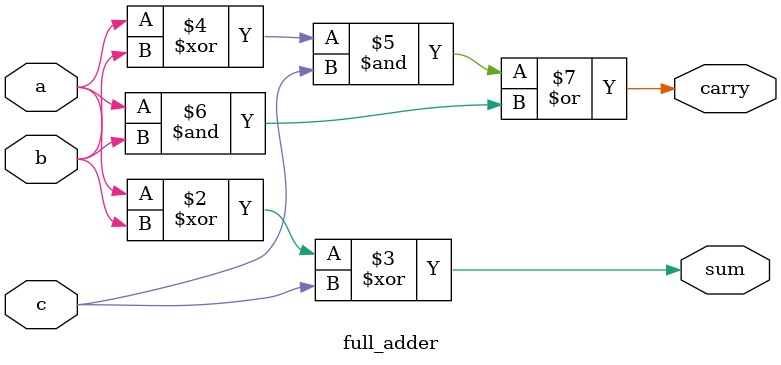
<source format=v>
`timescale 1ns / 1ps

module full_adder(
    input a,
    input b,
    input c,
    output reg sum,carry
    );
    always@(*)
    begin
sum=a^b^c;
   carry=(a^b)&c|a&b;
   end
endmodule

</source>
